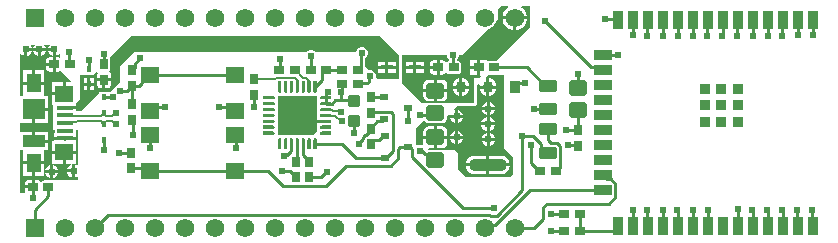
<source format=gtl>
G04*
G04 #@! TF.GenerationSoftware,Altium Limited,Altium Designer,23.1.1 (15)*
G04*
G04 Layer_Physical_Order=1*
G04 Layer_Color=255*
%FSLAX44Y44*%
%MOMM*%
G71*
G04*
G04 #@! TF.SameCoordinates,EB36885D-2DDF-469F-ABB7-EBECF6A50CA0*
G04*
G04*
G04 #@! TF.FilePolarity,Positive*
G04*
G01*
G75*
%ADD14C,0.1524*%
%ADD16R,0.4000X0.4800*%
%ADD17R,1.0400X0.4600*%
G04:AMPARAMS|DCode=18|XSize=1.01mm|YSize=1.47mm|CornerRadius=0.1263mm|HoleSize=0mm|Usage=FLASHONLY|Rotation=90.000|XOffset=0mm|YOffset=0mm|HoleType=Round|Shape=RoundedRectangle|*
%AMROUNDEDRECTD18*
21,1,1.0100,1.2175,0,0,90.0*
21,1,0.7575,1.4700,0,0,90.0*
1,1,0.2525,0.6088,0.3787*
1,1,0.2525,0.6088,-0.3787*
1,1,0.2525,-0.6088,-0.3787*
1,1,0.2525,-0.6088,0.3787*
%
%ADD18ROUNDEDRECTD18*%
%ADD19R,1.6000X1.4000*%
%ADD20R,0.8000X0.6000*%
%ADD21R,0.9000X1.5000*%
%ADD22R,1.5000X0.9000*%
%ADD23R,0.9000X0.9000*%
%ADD24C,0.2700*%
%ADD25R,0.8721X1.0043*%
G04:AMPARAMS|DCode=26|XSize=1.0043mm|YSize=0.8721mm|CornerRadius=0.4361mm|HoleSize=0mm|Usage=FLASHONLY|Rotation=270.000|XOffset=0mm|YOffset=0mm|HoleType=Round|Shape=RoundedRectangle|*
%AMROUNDEDRECTD26*
21,1,1.0043,0.0000,0,0,270.0*
21,1,0.1322,0.8721,0,0,270.0*
1,1,0.8721,0.0000,-0.0661*
1,1,0.8721,0.0000,0.0661*
1,1,0.8721,0.0000,0.0661*
1,1,0.8721,0.0000,-0.0661*
%
%ADD26ROUNDEDRECTD26*%
G04:AMPARAMS|DCode=27|XSize=1.0043mm|YSize=3.1821mm|CornerRadius=0.4369mm|HoleSize=0mm|Usage=FLASHONLY|Rotation=270.000|XOffset=0mm|YOffset=0mm|HoleType=Round|Shape=RoundedRectangle|*
%AMROUNDEDRECTD27*
21,1,1.0043,2.3084,0,0,270.0*
21,1,0.1306,3.1821,0,0,270.0*
1,1,0.8737,-1.1542,-0.0653*
1,1,0.8737,-1.1542,0.0653*
1,1,0.8737,1.1542,0.0653*
1,1,0.8737,1.1542,-0.0653*
%
%ADD27ROUNDEDRECTD27*%
%ADD28R,1.3000X1.6500*%
%ADD29R,1.9000X1.8000*%
%ADD30R,1.9000X1.0000*%
%ADD31R,1.5500X1.4250*%
%ADD32R,1.3800X0.4500*%
G04:AMPARAMS|DCode=33|XSize=1.5mm|YSize=1.3mm|CornerRadius=0.1625mm|HoleSize=0mm|Usage=FLASHONLY|Rotation=0.000|XOffset=0mm|YOffset=0mm|HoleType=Round|Shape=RoundedRectangle|*
%AMROUNDEDRECTD33*
21,1,1.5000,0.9750,0,0,0.0*
21,1,1.1750,1.3000,0,0,0.0*
1,1,0.3250,0.5875,-0.4875*
1,1,0.3250,-0.5875,-0.4875*
1,1,0.3250,-0.5875,0.4875*
1,1,0.3250,0.5875,0.4875*
%
%ADD33ROUNDEDRECTD33*%
G04:AMPARAMS|DCode=34|XSize=1mm|YSize=1.1mm|CornerRadius=0.125mm|HoleSize=0mm|Usage=FLASHONLY|Rotation=180.000|XOffset=0mm|YOffset=0mm|HoleType=Round|Shape=RoundedRectangle|*
%AMROUNDEDRECTD34*
21,1,1.0000,0.8500,0,0,180.0*
21,1,0.7500,1.1000,0,0,180.0*
1,1,0.2500,-0.3750,0.4250*
1,1,0.2500,0.3750,0.4250*
1,1,0.2500,0.3750,-0.4250*
1,1,0.2500,-0.3750,-0.4250*
%
%ADD34ROUNDEDRECTD34*%
G04:AMPARAMS|DCode=35|XSize=0.7mm|YSize=0.9mm|CornerRadius=0.0875mm|HoleSize=0mm|Usage=FLASHONLY|Rotation=90.000|XOffset=0mm|YOffset=0mm|HoleType=Round|Shape=RoundedRectangle|*
%AMROUNDEDRECTD35*
21,1,0.7000,0.7250,0,0,90.0*
21,1,0.5250,0.9000,0,0,90.0*
1,1,0.1750,0.3625,0.2625*
1,1,0.1750,0.3625,-0.2625*
1,1,0.1750,-0.3625,-0.2625*
1,1,0.1750,-0.3625,0.2625*
%
%ADD35ROUNDEDRECTD35*%
%ADD36R,0.9000X0.7000*%
G04:AMPARAMS|DCode=37|XSize=0.7mm|YSize=0.9mm|CornerRadius=0.0875mm|HoleSize=0mm|Usage=FLASHONLY|Rotation=180.000|XOffset=0mm|YOffset=0mm|HoleType=Round|Shape=RoundedRectangle|*
%AMROUNDEDRECTD37*
21,1,0.7000,0.7250,0,0,180.0*
21,1,0.5250,0.9000,0,0,180.0*
1,1,0.1750,-0.2625,0.3625*
1,1,0.1750,0.2625,0.3625*
1,1,0.1750,0.2625,-0.3625*
1,1,0.1750,-0.2625,-0.3625*
%
%ADD37ROUNDEDRECTD37*%
%ADD38R,0.7000X0.9000*%
%ADD42C,3.0150*%
%ADD49R,1.5700X1.5700*%
%ADD50C,1.5700*%
%ADD51C,0.2540*%
%ADD52C,0.6096*%
G36*
X434340Y182880D02*
X405550Y154090D01*
X398050D01*
Y154630D01*
X392280D01*
Y148590D01*
Y142550D01*
X392351D01*
X392837Y141377D01*
X391160Y139700D01*
X387350D01*
Y118110D01*
X361709D01*
X361619Y118170D01*
X360205Y118451D01*
X348455D01*
X347041Y118170D01*
X346951Y118110D01*
X342900D01*
X326390Y134620D01*
X326390Y158750D01*
X364312Y158750D01*
Y157968D01*
X365080Y156112D01*
X365808Y155384D01*
X365469Y154022D01*
X364973Y153923D01*
X364022Y153288D01*
X363516D01*
X362771Y153701D01*
X361677Y154432D01*
X360345Y154697D01*
X357990D01*
Y148590D01*
Y142483D01*
X360345D01*
X361677Y142748D01*
X362771Y143479D01*
X363516Y143892D01*
X364022D01*
X364973Y143257D01*
X366095Y143034D01*
X373345D01*
X374467Y143257D01*
X375418Y143892D01*
X376053Y144843D01*
X376276Y145965D01*
Y151215D01*
X376053Y152337D01*
X375418Y153288D01*
X374467Y153923D01*
X373345Y154146D01*
X373041D01*
X372943Y155416D01*
X373639Y156112D01*
X374408Y157968D01*
Y158750D01*
X377190D01*
X399659Y181218D01*
X400042Y181321D01*
X402288Y182618D01*
X404122Y184452D01*
X405419Y186698D01*
X405522Y187082D01*
X407670Y189230D01*
Y198120D01*
X410160Y200610D01*
X415832D01*
X416172Y199340D01*
X415260Y198814D01*
X413326Y196880D01*
X411958Y194510D01*
X411250Y191868D01*
Y191770D01*
X432030D01*
Y191868D01*
X431322Y194510D01*
X429954Y196880D01*
X428020Y198814D01*
X427108Y199340D01*
X427448Y200610D01*
X434340D01*
Y182880D01*
D02*
G37*
G36*
X27013Y166995D02*
X26228Y165100D01*
X31750D01*
Y163830D01*
X33020D01*
Y158308D01*
X34915Y159093D01*
X36487Y160665D01*
X36830Y161492D01*
Y156790D01*
X36558Y156972D01*
X35225Y157237D01*
X32870D01*
Y151130D01*
Y145023D01*
X35225D01*
X36558Y145288D01*
X37178Y145702D01*
X46740Y136140D01*
X41300D01*
Y126475D01*
X40030D01*
Y125205D01*
X29740D01*
Y116810D01*
X30480D01*
Y95250D01*
X31980D01*
Y93390D01*
X31440D01*
Y89870D01*
X40880D01*
X50320D01*
Y93390D01*
X49780D01*
Y95250D01*
X52070D01*
Y65053D01*
X51425Y65697D01*
X49530Y66482D01*
Y60960D01*
Y55438D01*
X51425Y56223D01*
X52070Y56867D01*
Y53340D01*
X24130D01*
X23719Y52929D01*
X23042D01*
X21920Y52705D01*
X20970Y52070D01*
X20492Y51355D01*
X19754Y52459D01*
X18625Y53214D01*
X17292Y53479D01*
X14937D01*
Y47372D01*
X13667D01*
Y46102D01*
X6560D01*
Y44747D01*
X6825Y43415D01*
X7580Y42285D01*
X8142Y41910D01*
X2590D01*
Y78560D01*
X5240D01*
Y69120D01*
X14280D01*
X23320D01*
Y78560D01*
X26320D01*
Y84830D01*
X14280D01*
Y86100D01*
X13010D01*
Y93640D01*
X2590D01*
Y101560D01*
X13010D01*
Y113100D01*
X14280D01*
Y114370D01*
X26320D01*
Y124640D01*
X23320D01*
Y134080D01*
X14280D01*
X5240D01*
Y124640D01*
X2590D01*
Y161372D01*
X2883Y160665D01*
X4455Y159093D01*
X6350Y158308D01*
Y163830D01*
X7620D01*
Y165100D01*
X13142D01*
X12357Y166995D01*
X11713Y167640D01*
X14957D01*
X14313Y166995D01*
X13528Y165100D01*
X24572D01*
X23787Y166995D01*
X23143Y167640D01*
X27657D01*
X27013Y166995D01*
D02*
G37*
G36*
X323850Y158750D02*
Y138430D01*
X306070D01*
X303661Y140838D01*
Y142138D01*
X302893Y143993D01*
X301473Y145413D01*
X299618Y146181D01*
X298319D01*
X295004Y149496D01*
Y156547D01*
X296232Y157776D01*
X297001Y159631D01*
Y161639D01*
X296232Y163494D01*
X294813Y164914D01*
X292957Y165683D01*
X290949D01*
X289094Y164914D01*
X287673Y163494D01*
X286905Y161639D01*
Y161290D01*
X253213D01*
X253200Y161322D01*
X251779Y162743D01*
X249924Y163511D01*
X247916D01*
X246061Y162743D01*
X244641Y161322D01*
X244627Y161290D01*
X99060D01*
X87630Y149860D01*
Y135890D01*
X79767Y128027D01*
X78930Y127681D01*
X77660Y127840D01*
Y127840D01*
X77660Y127840D01*
X69660D01*
Y126810D01*
X54610Y111760D01*
X50320D01*
Y113330D01*
X40880D01*
Y115870D01*
X50320D01*
Y118900D01*
X53340Y121920D01*
Y142240D01*
X64770D01*
X67344Y144815D01*
X68331Y144005D01*
X67818Y143237D01*
X67553Y141905D01*
Y139550D01*
X79767D01*
Y141905D01*
X79502Y143237D01*
X78771Y144331D01*
X78358Y145076D01*
Y145582D01*
X78993Y146533D01*
X79216Y147655D01*
Y154905D01*
X78993Y156027D01*
X78740Y156406D01*
Y157480D01*
X96520Y175260D01*
X307340D01*
X323850Y158750D01*
D02*
G37*
G36*
X412750Y80010D02*
X420370Y72390D01*
X420370Y58420D01*
X417830Y55880D01*
X379730D01*
X373380Y62230D01*
Y76200D01*
X370840Y78740D01*
X361709D01*
X361619Y78800D01*
X360205Y79081D01*
X348455D01*
X347948Y78980D01*
X347819Y79003D01*
X347733Y79237D01*
X348163Y79923D01*
X348663Y80388D01*
X353060D01*
Y88240D01*
X344208D01*
Y84635D01*
X344353Y83909D01*
X343240Y82995D01*
X342634Y83246D01*
X340626D01*
X339090Y82610D01*
X337820Y83186D01*
Y96520D01*
X344170Y102870D01*
X345522D01*
X345841Y102392D01*
X347041Y101590D01*
X348455Y101309D01*
X360205D01*
X361619Y101590D01*
X362818Y102392D01*
X363620Y103591D01*
X363901Y105005D01*
Y107361D01*
X365630Y109090D01*
X366707Y108370D01*
X366687Y108324D01*
X370939D01*
Y112576D01*
X370893Y112557D01*
X370173Y113633D01*
X372611Y116071D01*
X387350D01*
X388130Y116226D01*
X388792Y116668D01*
X389234Y117330D01*
X389389Y118110D01*
Y132849D01*
X390740Y134200D01*
X391943Y133607D01*
X391900Y133280D01*
X397510D01*
Y140185D01*
X397251Y140711D01*
X398780Y142240D01*
X412750D01*
Y80010D01*
D02*
G37*
G36*
X253990Y128700D02*
Y128402D01*
X253762Y127850D01*
X253340Y127428D01*
X252788Y127200D01*
X252192D01*
X251640Y127428D01*
X251218Y127850D01*
X250990Y128402D01*
Y128700D01*
Y136700D01*
X253990D01*
Y128700D01*
D02*
G37*
G36*
X248990D02*
Y128402D01*
X248762Y127850D01*
X248340Y127428D01*
X247788Y127200D01*
X247192D01*
X246640Y127428D01*
X246218Y127850D01*
X245990Y128402D01*
Y128700D01*
Y136700D01*
X248990D01*
Y128700D01*
D02*
G37*
G36*
X243990D02*
Y128402D01*
X243762Y127850D01*
X243340Y127428D01*
X242788Y127200D01*
X242192D01*
X241640Y127428D01*
X241218Y127850D01*
X240990Y128402D01*
Y128700D01*
Y136700D01*
X243990D01*
X243990Y128700D01*
D02*
G37*
G36*
X238990D02*
Y128402D01*
X238762Y127850D01*
X238340Y127428D01*
X237788Y127200D01*
X237192D01*
X236640Y127428D01*
X236218Y127850D01*
X235990Y128402D01*
Y128700D01*
Y136700D01*
X238990D01*
Y128700D01*
D02*
G37*
G36*
X233990D02*
Y128402D01*
X233762Y127850D01*
X233340Y127428D01*
X232788Y127200D01*
X232192D01*
X231640Y127428D01*
X231218Y127850D01*
X230990Y128402D01*
Y128700D01*
X230990D01*
Y136700D01*
X233990D01*
Y128700D01*
D02*
G37*
G36*
X228990D02*
Y128402D01*
X228762Y127850D01*
X228340Y127428D01*
X227788Y127200D01*
X227192D01*
X226640Y127428D01*
X226218Y127850D01*
X225990Y128402D01*
Y128700D01*
Y136700D01*
X228990D01*
Y128700D01*
D02*
G37*
G36*
X223990D02*
Y128402D01*
X223762Y127850D01*
X223340Y127428D01*
X222788Y127200D01*
X222192D01*
X221640Y127428D01*
X221218Y127850D01*
X220990Y128402D01*
Y128700D01*
Y136700D01*
X223990D01*
Y128700D01*
D02*
G37*
G36*
X266240Y121450D02*
X257942D01*
X257390Y121678D01*
X256968Y122100D01*
X256740Y122652D01*
Y122950D01*
Y123248D01*
X256968Y123800D01*
X257390Y124222D01*
X257942Y124450D01*
X266240D01*
Y121450D01*
D02*
G37*
G36*
X217590Y124222D02*
X218012Y123800D01*
X218240Y123248D01*
Y122950D01*
Y122652D01*
X218012Y122100D01*
X217590Y121678D01*
X217038Y121450D01*
X208740D01*
Y124450D01*
X217038D01*
X217590Y124222D01*
D02*
G37*
G36*
X266240Y116450D02*
X257942D01*
X257390Y116678D01*
X256968Y117100D01*
X256740Y117652D01*
Y117950D01*
Y118248D01*
X256968Y118800D01*
X257390Y119222D01*
X257942Y119450D01*
X266240D01*
Y116450D01*
D02*
G37*
G36*
X217590Y119222D02*
X218012Y118800D01*
X218240Y118248D01*
Y117950D01*
Y117652D01*
X218012Y117100D01*
X217590Y116678D01*
X217038Y116450D01*
X208740D01*
Y119450D01*
X217038D01*
X217590Y119222D01*
D02*
G37*
G36*
X266240Y111450D02*
X257942D01*
X257390Y111678D01*
X256968Y112100D01*
X256740Y112652D01*
Y112950D01*
Y113248D01*
X256968Y113800D01*
X257390Y114222D01*
X257942Y114450D01*
X258240D01*
Y114450D01*
X266240D01*
Y111450D01*
D02*
G37*
G36*
X216740Y114450D02*
X217038D01*
X217590Y114222D01*
X218012Y113800D01*
X218240Y113248D01*
Y112950D01*
Y112652D01*
X218012Y112100D01*
X217590Y111678D01*
X217038Y111450D01*
X208740D01*
Y114450D01*
X216740Y114450D01*
D02*
G37*
G36*
X266240Y106450D02*
X257942D01*
X257390Y106678D01*
X256968Y107100D01*
X256740Y107652D01*
Y107950D01*
Y108248D01*
X256968Y108800D01*
X257390Y109222D01*
X257942Y109450D01*
X266240D01*
Y106450D01*
D02*
G37*
G36*
X217590Y109222D02*
X218012Y108800D01*
X218240Y108248D01*
Y107950D01*
Y107652D01*
X218012Y107100D01*
X217590Y106678D01*
X217038Y106450D01*
X208740D01*
Y109450D01*
X217038D01*
X217590Y109222D01*
D02*
G37*
G36*
X266240Y101450D02*
X258240Y101450D01*
X257942D01*
X257390Y101678D01*
X256968Y102100D01*
X256740Y102652D01*
Y102950D01*
Y103248D01*
X256968Y103800D01*
X257390Y104222D01*
X257942Y104450D01*
X266240D01*
Y101450D01*
D02*
G37*
G36*
X217590Y104222D02*
X218012Y103800D01*
X218240Y103248D01*
Y102950D01*
Y102652D01*
X218012Y102100D01*
X217590Y101678D01*
X217038Y101450D01*
X216740D01*
Y101450D01*
X208740D01*
Y104450D01*
X217038D01*
X217590Y104222D01*
D02*
G37*
G36*
X266240Y96450D02*
X257942D01*
X257390Y96678D01*
X256968Y97100D01*
X256740Y97652D01*
Y97950D01*
Y98248D01*
X256968Y98800D01*
X257390Y99222D01*
X257942Y99450D01*
X266240D01*
Y96450D01*
D02*
G37*
G36*
X217590Y99222D02*
X218012Y98800D01*
X218240Y98248D01*
Y97950D01*
Y97652D01*
X218012Y97100D01*
X217590Y96678D01*
X217038Y96450D01*
X208740D01*
Y99450D01*
X217038D01*
X217590Y99222D01*
D02*
G37*
G36*
X266240Y91450D02*
X257942D01*
X257390Y91678D01*
X256968Y92100D01*
X256740Y92652D01*
Y92950D01*
Y93248D01*
X256968Y93800D01*
X257390Y94222D01*
X257942Y94450D01*
X266240D01*
Y91450D01*
D02*
G37*
G36*
X217590Y94222D02*
X218012Y93800D01*
X218240Y93248D01*
Y92950D01*
Y92652D01*
X218012Y92100D01*
X217590Y91678D01*
X217038Y91450D01*
X208740D01*
Y94450D01*
X217038D01*
X217590Y94222D01*
D02*
G37*
G36*
X254240Y94700D02*
X250740Y91200D01*
X220740D01*
Y124700D01*
X254240D01*
Y94700D01*
D02*
G37*
G36*
X253340Y88472D02*
X253762Y88050D01*
X253990Y87498D01*
Y87200D01*
Y79200D01*
X250990D01*
Y87200D01*
Y87498D01*
X251218Y88050D01*
X251640Y88472D01*
X252192Y88700D01*
X252788D01*
X253340Y88472D01*
D02*
G37*
G36*
X248340D02*
X248762Y88050D01*
X248990Y87498D01*
Y87200D01*
Y79200D01*
X245990D01*
Y87200D01*
Y87498D01*
X246218Y88050D01*
X246640Y88472D01*
X247192Y88700D01*
X247788D01*
X248340Y88472D01*
D02*
G37*
G36*
X243340D02*
X243762Y88050D01*
X243990Y87498D01*
Y87200D01*
X243990D01*
Y79200D01*
X240990D01*
Y87200D01*
Y87498D01*
X241218Y88050D01*
X241640Y88472D01*
X242192Y88700D01*
X242788D01*
X243340Y88472D01*
D02*
G37*
G36*
X238340D02*
X238762Y88050D01*
X238990Y87498D01*
Y87200D01*
Y79200D01*
X235990D01*
Y87200D01*
Y87498D01*
X236218Y88050D01*
X236640Y88472D01*
X237192Y88700D01*
X237788D01*
X238340Y88472D01*
D02*
G37*
G36*
X233340D02*
X233762Y88050D01*
X233990Y87498D01*
Y87200D01*
Y79200D01*
X230990D01*
X230990Y87200D01*
Y87498D01*
X231218Y88050D01*
X231640Y88472D01*
X232192Y88700D01*
X232788D01*
X233340Y88472D01*
D02*
G37*
G36*
X228340D02*
X228762Y88050D01*
X228990Y87498D01*
Y87200D01*
Y79200D01*
X225990D01*
Y87200D01*
Y87498D01*
X226218Y88050D01*
X226640Y88472D01*
X227192Y88700D01*
X227788D01*
X228340Y88472D01*
D02*
G37*
G36*
X223340D02*
X223762Y88050D01*
X223990Y87498D01*
Y87200D01*
Y79200D01*
X220990D01*
Y87200D01*
Y87498D01*
X221218Y88050D01*
X221640Y88472D01*
X222192Y88700D01*
X222788D01*
X223340Y88472D01*
D02*
G37*
%LPC*%
G36*
X432030Y189230D02*
X422910D01*
Y180110D01*
X423008D01*
X425650Y180818D01*
X428020Y182186D01*
X429954Y184120D01*
X431322Y186490D01*
X432030Y189132D01*
Y189230D01*
D02*
G37*
G36*
X420370D02*
X411250D01*
Y189132D01*
X411958Y186490D01*
X413326Y184120D01*
X415260Y182186D01*
X417630Y180818D01*
X420272Y180110D01*
X420370D01*
Y189230D01*
D02*
G37*
G36*
X344760Y153430D02*
X338290D01*
Y149860D01*
X344760D01*
Y153430D01*
D02*
G37*
G36*
X389740Y154630D02*
X383970D01*
Y149860D01*
X389740D01*
Y154630D01*
D02*
G37*
G36*
X355450Y154697D02*
X353095D01*
X351763Y154432D01*
X350633Y153677D01*
X349878Y152547D01*
X349613Y151215D01*
Y149860D01*
X355450D01*
Y154697D01*
D02*
G37*
G36*
X335750Y153430D02*
X329280D01*
Y149860D01*
X335750D01*
Y153430D01*
D02*
G37*
G36*
X344760Y147320D02*
X338290D01*
Y143750D01*
X344760D01*
Y147320D01*
D02*
G37*
G36*
X335750D02*
X329280D01*
Y143750D01*
X335750D01*
Y147320D01*
D02*
G37*
G36*
X389740D02*
X383970D01*
Y142550D01*
X389740D01*
Y147320D01*
D02*
G37*
G36*
X355450D02*
X349613D01*
Y145965D01*
X349878Y144633D01*
X350633Y143503D01*
X351763Y142748D01*
X353095Y142483D01*
X355450D01*
Y147320D01*
D02*
G37*
G36*
X377150Y139464D02*
Y133280D01*
X382760D01*
X382603Y134472D01*
X381908Y136151D01*
X380802Y137592D01*
X379360Y138699D01*
X377681Y139394D01*
X377150Y139464D01*
D02*
G37*
G36*
X374610Y139464D02*
X374079Y139394D01*
X372400Y138699D01*
X370958Y137592D01*
X369852Y136151D01*
X369157Y134472D01*
X369000Y133280D01*
X374610D01*
Y139464D01*
D02*
G37*
G36*
X360205Y138002D02*
X355600D01*
Y130150D01*
X364452D01*
Y133755D01*
X364128Y135380D01*
X363208Y136758D01*
X361830Y137678D01*
X360205Y138002D01*
D02*
G37*
G36*
X353060D02*
X348455D01*
X346830Y137678D01*
X345452Y136758D01*
X344532Y135380D01*
X344208Y133755D01*
Y130150D01*
X353060D01*
Y138002D01*
D02*
G37*
G36*
X374610Y130740D02*
X369000D01*
X369157Y129548D01*
X369852Y127869D01*
X370958Y126428D01*
X372400Y125322D01*
X374079Y124626D01*
X374610Y124556D01*
Y130740D01*
D02*
G37*
G36*
X382760D02*
X377150D01*
Y124556D01*
X377681Y124626D01*
X379360Y125322D01*
X380802Y126428D01*
X381908Y127869D01*
X382603Y129548D01*
X382760Y130740D01*
D02*
G37*
G36*
X364452Y127610D02*
X355600D01*
Y119758D01*
X360205D01*
X361830Y120082D01*
X363208Y121002D01*
X364128Y122380D01*
X364452Y124005D01*
Y127610D01*
D02*
G37*
G36*
X353060D02*
X344208D01*
Y124005D01*
X344532Y122380D01*
X345452Y121002D01*
X346830Y120082D01*
X348455Y119758D01*
X353060D01*
Y127610D01*
D02*
G37*
G36*
X30480Y162560D02*
X26228D01*
X27013Y160665D01*
X28585Y159093D01*
X30480Y158308D01*
Y162560D01*
D02*
G37*
G36*
X24572D02*
X20320D01*
Y158308D01*
X22215Y159093D01*
X23787Y160665D01*
X24572Y162560D01*
D02*
G37*
G36*
X17780D02*
X13528D01*
X14313Y160665D01*
X15885Y159093D01*
X17780Y158308D01*
Y162560D01*
D02*
G37*
G36*
X13142D02*
X8890D01*
Y158308D01*
X10785Y159093D01*
X12357Y160665D01*
X13142Y162560D01*
D02*
G37*
G36*
X30330Y157237D02*
X27975D01*
X26643Y156972D01*
X25513Y156217D01*
X24758Y155087D01*
X24493Y153755D01*
Y152400D01*
X30330D01*
Y157237D01*
D02*
G37*
G36*
Y149860D02*
X24493D01*
Y148505D01*
X24758Y147173D01*
X25513Y146043D01*
X26643Y145288D01*
X27975Y145023D01*
X30330D01*
Y149860D01*
D02*
G37*
G36*
X23320Y146140D02*
X15550D01*
Y136620D01*
X23320D01*
Y146140D01*
D02*
G37*
G36*
X13010D02*
X5240D01*
Y136620D01*
X13010D01*
Y146140D01*
D02*
G37*
G36*
X38760Y136140D02*
X29740D01*
Y127745D01*
X38760D01*
Y136140D01*
D02*
G37*
G36*
X26320Y111830D02*
X15550D01*
Y101560D01*
X26320D01*
Y111830D01*
D02*
G37*
G36*
Y93640D02*
X15550D01*
Y87370D01*
X26320D01*
Y93640D01*
D02*
G37*
G36*
X50320Y87330D02*
X40880D01*
X31440D01*
Y86390D01*
X29740D01*
Y77995D01*
X40030D01*
X50320D01*
Y83810D01*
Y87330D01*
D02*
G37*
G36*
Y75455D02*
X41300D01*
Y67060D01*
X50320D01*
Y75455D01*
D02*
G37*
G36*
X38760D02*
X29740D01*
Y67060D01*
X38760D01*
Y75455D01*
D02*
G37*
G36*
X46990Y66482D02*
X45095Y65697D01*
X43523Y64125D01*
X42738Y62230D01*
X46990D01*
Y66482D01*
D02*
G37*
G36*
X30818Y65986D02*
Y61733D01*
X35070D01*
X34285Y63629D01*
X32713Y65201D01*
X30818Y65986D01*
D02*
G37*
G36*
X28278D02*
X26382Y65201D01*
X24810Y63629D01*
X24025Y61733D01*
X28278D01*
Y65986D01*
D02*
G37*
G36*
X23320Y66580D02*
X15550D01*
Y57060D01*
X23320D01*
Y66580D01*
D02*
G37*
G36*
X13010D02*
X5240D01*
Y57060D01*
X13010D01*
Y66580D01*
D02*
G37*
G36*
X46990Y59690D02*
X42738D01*
X43523Y57795D01*
X45095Y56223D01*
X46990Y55438D01*
Y59690D01*
D02*
G37*
G36*
X35070Y59193D02*
X30818D01*
Y54941D01*
X32713Y55726D01*
X34285Y57298D01*
X35070Y59193D01*
D02*
G37*
G36*
X28278D02*
X24025D01*
X24810Y57298D01*
X26382Y55726D01*
X28278Y54941D01*
Y59193D01*
D02*
G37*
G36*
X12397Y53479D02*
X10042D01*
X8710Y53214D01*
X7580Y52459D01*
X6825Y51330D01*
X6560Y49997D01*
Y48642D01*
X12397D01*
Y53479D01*
D02*
G37*
G36*
X320960Y153430D02*
X314490D01*
Y149860D01*
X320960D01*
Y153430D01*
D02*
G37*
G36*
X311950D02*
X305480D01*
Y149860D01*
X311950D01*
Y153430D01*
D02*
G37*
G36*
X320960Y147320D02*
X314490D01*
Y143750D01*
X320960D01*
Y147320D01*
D02*
G37*
G36*
X311950D02*
X305480D01*
Y143750D01*
X311950D01*
Y147320D01*
D02*
G37*
G36*
X65500Y139310D02*
X62230D01*
Y135640D01*
X65500D01*
Y139310D01*
D02*
G37*
G36*
X59690D02*
X56420D01*
Y135640D01*
X59690D01*
Y139310D01*
D02*
G37*
G36*
X79767Y137010D02*
X74930D01*
Y131173D01*
X76285D01*
X77617Y131438D01*
X78747Y132193D01*
X79502Y133322D01*
X79767Y134655D01*
Y137010D01*
D02*
G37*
G36*
X72390D02*
X67553D01*
Y134655D01*
X67818Y133322D01*
X68573Y132193D01*
X69703Y131438D01*
X71035Y131173D01*
X72390D01*
Y137010D01*
D02*
G37*
G36*
X65500Y133100D02*
X62230D01*
Y129430D01*
X65500D01*
Y133100D01*
D02*
G37*
G36*
X59690D02*
X56420D01*
Y129430D01*
X59690D01*
Y133100D01*
D02*
G37*
G36*
X400050Y139464D02*
Y133280D01*
X405660D01*
X405503Y134472D01*
X404808Y136151D01*
X403702Y137592D01*
X402260Y138699D01*
X400581Y139394D01*
X400050Y139464D01*
D02*
G37*
G36*
X405660Y130740D02*
X400050D01*
Y124556D01*
X400581Y124626D01*
X402260Y125322D01*
X403702Y126428D01*
X404808Y127869D01*
X405503Y129548D01*
X405660Y130740D01*
D02*
G37*
G36*
X397510D02*
X391900D01*
X392057Y129548D01*
X392752Y127869D01*
X393858Y126428D01*
X395300Y125322D01*
X396979Y124626D01*
X397510Y124556D01*
Y130740D01*
D02*
G37*
G36*
X400509Y119124D02*
Y114872D01*
X404761D01*
X403976Y116767D01*
X402404Y118339D01*
X400509Y119124D01*
D02*
G37*
G36*
X397969D02*
X396073Y118339D01*
X394501Y116767D01*
X393716Y114872D01*
X397969D01*
Y119124D01*
D02*
G37*
G36*
X373479Y112576D02*
Y108324D01*
X377732D01*
X376947Y110219D01*
X375375Y111791D01*
X373479Y112576D01*
D02*
G37*
G36*
X404761Y112332D02*
X400509D01*
Y108080D01*
X402404Y108865D01*
X403976Y110437D01*
X404761Y112332D01*
D02*
G37*
G36*
X397969D02*
X393716D01*
X394501Y110437D01*
X396073Y108865D01*
X397969Y108080D01*
Y112332D01*
D02*
G37*
G36*
X400149Y106226D02*
Y101974D01*
X404402D01*
X403617Y103869D01*
X402045Y105441D01*
X400149Y106226D01*
D02*
G37*
G36*
X397609D02*
X395714Y105441D01*
X394142Y103869D01*
X393357Y101974D01*
X397609D01*
Y106226D01*
D02*
G37*
G36*
X377732Y105784D02*
X373479D01*
Y101531D01*
X375375Y102317D01*
X376947Y103888D01*
X377732Y105784D01*
D02*
G37*
G36*
X370939D02*
X366687D01*
X367472Y103888D01*
X369044Y102317D01*
X370939Y101531D01*
Y105784D01*
D02*
G37*
G36*
X404402Y99434D02*
X400149D01*
Y95181D01*
X402045Y95967D01*
X403617Y97538D01*
X404402Y99434D01*
D02*
G37*
G36*
X397609D02*
X393357D01*
X394142Y97538D01*
X395714Y95967D01*
X397609Y95181D01*
Y99434D01*
D02*
G37*
G36*
X360205Y98632D02*
X355600D01*
Y90780D01*
X364452D01*
Y94385D01*
X364128Y96010D01*
X363208Y97388D01*
X361830Y98308D01*
X360205Y98632D01*
D02*
G37*
G36*
X353060D02*
X348455D01*
X346830Y98308D01*
X345452Y97388D01*
X344532Y96010D01*
X344208Y94385D01*
Y90780D01*
X353060D01*
Y98632D01*
D02*
G37*
G36*
X373479Y94796D02*
Y90544D01*
X377732D01*
X376947Y92439D01*
X375375Y94011D01*
X373479Y94796D01*
D02*
G37*
G36*
X370939D02*
X369044Y94011D01*
X367472Y92439D01*
X366687Y90544D01*
X370939D01*
Y94796D01*
D02*
G37*
G36*
X400304Y93406D02*
Y89154D01*
X404556D01*
X403771Y91049D01*
X402199Y92621D01*
X400304Y93406D01*
D02*
G37*
G36*
X397764D02*
X395869Y92621D01*
X394297Y91049D01*
X393512Y89154D01*
X397764D01*
Y93406D01*
D02*
G37*
G36*
X377732Y88004D02*
X373479D01*
Y83751D01*
X375375Y84537D01*
X376947Y86108D01*
X377732Y88004D01*
D02*
G37*
G36*
X370939D02*
X366687D01*
X367472Y86108D01*
X369044Y84537D01*
X370939Y83751D01*
Y88004D01*
D02*
G37*
G36*
X404556Y86614D02*
X400304D01*
Y82362D01*
X402199Y83147D01*
X403771Y84719D01*
X404556Y86614D01*
D02*
G37*
G36*
X397764D02*
X393512D01*
X394297Y84719D01*
X395869Y83147D01*
X397764Y82362D01*
Y86614D01*
D02*
G37*
G36*
X364452Y88240D02*
X355600D01*
Y80388D01*
X360205D01*
X361830Y80712D01*
X363208Y81632D01*
X364128Y83010D01*
X364452Y84635D01*
Y88240D01*
D02*
G37*
G36*
X410322Y73731D02*
X400050D01*
Y67380D01*
X417209D01*
X417053Y68566D01*
X416357Y70247D01*
X415249Y71690D01*
X413806Y72797D01*
X412126Y73494D01*
X410322Y73731D01*
D02*
G37*
G36*
X397510D02*
X387238D01*
X385434Y73494D01*
X383754Y72797D01*
X382311Y71690D01*
X381203Y70247D01*
X380507Y68566D01*
X380351Y67380D01*
X397510D01*
Y73731D01*
D02*
G37*
G36*
X417209Y64840D02*
X400050D01*
Y58489D01*
X410322D01*
X412126Y58726D01*
X413806Y59422D01*
X415249Y60530D01*
X416357Y61973D01*
X417053Y63654D01*
X417209Y64840D01*
D02*
G37*
G36*
X397510D02*
X380351D01*
X380507Y63654D01*
X381203Y61973D01*
X382311Y60530D01*
X383754Y59422D01*
X385434Y58726D01*
X387238Y58489D01*
X397510D01*
Y64840D01*
D02*
G37*
%LPD*%
D14*
X269466Y107725D02*
X274328Y102863D01*
X264740Y107950D02*
X264965Y107725D01*
X269466D01*
X266646Y112950D02*
X267807Y111789D01*
X274328Y102863D02*
X274956D01*
X273619Y111789D02*
X274464Y110944D01*
X261490Y112950D02*
X266646D01*
X267807Y111789D02*
X273619D01*
X78870Y107442D02*
X79026Y107286D01*
X74898Y108335D02*
X75791Y107442D01*
X79026Y107286D02*
X80835D01*
X75791Y107442D02*
X78870D01*
X80835Y107286D02*
X83632Y110084D01*
X73660Y110240D02*
X74898Y109002D01*
X75791Y103378D02*
X77186D01*
X80835Y103222D02*
X83726Y100330D01*
X77343Y103222D02*
X80835D01*
X83632Y110084D02*
Y110177D01*
X74898Y102485D02*
X75791Y103378D01*
X77186D02*
X77343Y103222D01*
X83726Y100330D02*
X83820D01*
X74898Y108335D02*
Y109002D01*
X50730Y103378D02*
X71529D01*
X41538Y107442D02*
X71529D01*
X50170Y102818D02*
X50730Y103378D01*
X40880Y101600D02*
X42098Y102818D01*
X40880Y108100D02*
X41538Y107442D01*
X42098Y102818D02*
X50170D01*
X71529Y103378D02*
X72422Y102485D01*
X74898Y101818D02*
Y102485D01*
X73660Y100580D02*
X74898Y101818D01*
X72422D02*
X73660Y100580D01*
X72422Y101818D02*
Y102485D01*
Y108335D02*
Y109002D01*
X73660Y110240D01*
X71529Y107442D02*
X72422Y108335D01*
X299720Y96670D02*
Y97670D01*
X244808Y139788D02*
X247490Y137106D01*
X235100Y146050D02*
X236100D01*
X242362Y139788D01*
X244808D01*
X247490Y131950D02*
Y137106D01*
X237715Y136687D02*
X237812Y136784D01*
X235134Y139462D02*
X237812Y136784D01*
X237490Y135200D02*
X237715Y135425D01*
Y136687D01*
X219707Y139462D02*
X235134D01*
X200660Y138580D02*
X218825D01*
X219707Y139462D01*
D16*
X73660Y87380D02*
D03*
Y100580D02*
D03*
X60960Y147570D02*
D03*
Y134370D02*
D03*
X73660Y123440D02*
D03*
Y110240D02*
D03*
D17*
X313220Y148590D02*
D03*
X337020D02*
D03*
D18*
X449580Y132989D02*
D03*
Y113389D02*
D03*
Y96159D02*
D03*
Y76559D02*
D03*
D19*
X112590Y112000D02*
D03*
X184590D02*
D03*
X112590Y142000D02*
D03*
X184590D02*
D03*
X112590Y61200D02*
D03*
X184590D02*
D03*
X112590Y91200D02*
D03*
X184590D02*
D03*
D20*
X311270Y90780D02*
D03*
Y71780D02*
D03*
X331470Y81280D02*
D03*
X311210Y123800D02*
D03*
Y104800D02*
D03*
X331410Y114300D02*
D03*
D21*
X673630Y189100D02*
D03*
X660930D02*
D03*
X648230D02*
D03*
X635530D02*
D03*
X622830D02*
D03*
X610130D02*
D03*
X597430D02*
D03*
X584730D02*
D03*
X572030D02*
D03*
X559330D02*
D03*
X546630D02*
D03*
X533930D02*
D03*
X521230D02*
D03*
X508530D02*
D03*
Y14100D02*
D03*
X521230D02*
D03*
X533930D02*
D03*
X546630D02*
D03*
X559330D02*
D03*
X572030D02*
D03*
X584730D02*
D03*
X597430D02*
D03*
X610130D02*
D03*
X622830D02*
D03*
X635530D02*
D03*
X648230D02*
D03*
X660930D02*
D03*
X673630D02*
D03*
D22*
X496030Y158750D02*
D03*
Y146050D02*
D03*
Y133350D02*
D03*
Y120650D02*
D03*
Y107950D02*
D03*
Y95250D02*
D03*
Y82550D02*
D03*
Y69850D02*
D03*
Y57150D02*
D03*
Y44450D02*
D03*
D23*
X610430Y130600D02*
D03*
Y116600D02*
D03*
Y102600D02*
D03*
X596430Y130600D02*
D03*
Y116600D02*
D03*
Y102600D02*
D03*
X582430Y130600D02*
D03*
Y116600D02*
D03*
Y102600D02*
D03*
D24*
X261490Y92950D02*
D03*
Y97950D02*
D03*
Y102950D02*
D03*
X264740Y107950D02*
D03*
X261490Y112950D02*
D03*
Y117950D02*
D03*
Y122950D02*
D03*
X252490Y131950D02*
D03*
X247490D02*
D03*
X242490D02*
D03*
X237490Y135200D02*
D03*
X232490Y131950D02*
D03*
X227490D02*
D03*
X222490D02*
D03*
X213490Y122950D02*
D03*
Y117950D02*
D03*
Y112950D02*
D03*
X210740Y107950D02*
D03*
X213490Y102950D02*
D03*
Y97950D02*
D03*
Y92950D02*
D03*
X222490Y83950D02*
D03*
X227490D02*
D03*
X232490D02*
D03*
X237490Y81200D02*
D03*
X242490Y83950D02*
D03*
X247490D02*
D03*
X252490D02*
D03*
D25*
X421680Y132010D02*
D03*
D26*
X398780D02*
D03*
X375880D02*
D03*
D27*
X398780Y66110D02*
D03*
D28*
X14280Y135350D02*
D03*
Y67850D02*
D03*
D29*
Y113100D02*
D03*
D30*
Y86100D02*
D03*
D31*
X40030Y126475D02*
D03*
Y76725D02*
D03*
D32*
X40880Y114600D02*
D03*
Y108100D02*
D03*
Y101600D02*
D03*
Y95100D02*
D03*
Y88600D02*
D03*
D33*
X474980Y131420D02*
D03*
Y112420D02*
D03*
X354330Y109880D02*
D03*
Y128880D02*
D03*
Y70510D02*
D03*
Y89510D02*
D03*
D34*
X285750Y120260D02*
D03*
Y103260D02*
D03*
D35*
X476400Y10160D02*
D03*
X463400D02*
D03*
X275440Y134620D02*
D03*
X288440D02*
D03*
X26667Y47372D02*
D03*
X13667D02*
D03*
X44600Y151130D02*
D03*
X31600D02*
D03*
X356720Y148590D02*
D03*
X369720D02*
D03*
X476400Y24130D02*
D03*
X463400D02*
D03*
D36*
X261770Y146050D02*
D03*
X248770D02*
D03*
X443080Y60960D02*
D03*
X456080D02*
D03*
X288440Y146050D02*
D03*
X275440D02*
D03*
X222100D02*
D03*
X235100D02*
D03*
X391010Y148590D02*
D03*
X404010D02*
D03*
D37*
X97790Y117244D02*
D03*
Y104244D02*
D03*
X73660Y138280D02*
D03*
Y151280D02*
D03*
X474980Y95400D02*
D03*
Y82400D02*
D03*
X96520Y63350D02*
D03*
Y76350D02*
D03*
X236220Y55730D02*
D03*
Y68730D02*
D03*
X247650Y55730D02*
D03*
Y68730D02*
D03*
D38*
X299720Y123340D02*
D03*
Y110340D02*
D03*
X200660Y138580D02*
D03*
Y125580D02*
D03*
X299720Y83670D02*
D03*
Y96670D02*
D03*
X97790Y146200D02*
D03*
Y133200D02*
D03*
D42*
X237490Y107950D02*
D03*
D49*
X15240Y190500D02*
D03*
Y12700D02*
D03*
D50*
X40640Y190500D02*
D03*
X66040D02*
D03*
X91440D02*
D03*
X116840D02*
D03*
X142240D02*
D03*
X167640D02*
D03*
X193040D02*
D03*
X218440D02*
D03*
X243840D02*
D03*
X269240D02*
D03*
X294640D02*
D03*
X320040D02*
D03*
X345440D02*
D03*
X370840D02*
D03*
X396240D02*
D03*
X421640D02*
D03*
X40640Y12700D02*
D03*
X66040D02*
D03*
X91440D02*
D03*
X116840D02*
D03*
X142240D02*
D03*
X167640D02*
D03*
X193040D02*
D03*
X218440D02*
D03*
X243840D02*
D03*
X269240D02*
D03*
X294640D02*
D03*
X320040D02*
D03*
X345440D02*
D03*
X370840D02*
D03*
X396240D02*
D03*
X421640D02*
D03*
D51*
X609842Y188813D02*
X610130Y189100D01*
X609842Y175548D02*
Y188813D01*
X521970Y175768D02*
Y188360D01*
X474980Y131420D02*
Y142812D01*
X248920Y146200D02*
Y158463D01*
X261521Y125260D02*
X263652Y127391D01*
Y127667D01*
X261521Y122981D02*
Y125260D01*
X274419Y128369D02*
X274968Y128918D01*
Y134148D01*
X274419Y128120D02*
X274496D01*
X274419Y120749D02*
Y128369D01*
X274968Y134148D02*
X275440Y134620D01*
X298238Y140758D02*
X298613Y141133D01*
X290427Y147037D02*
X291670Y148280D01*
X289427Y147037D02*
X290427D01*
X291670Y160352D02*
X291953Y160635D01*
X291670Y148280D02*
Y160352D01*
X369360Y158972D02*
X369540Y158792D01*
Y148770D02*
X369720Y148590D01*
X369540Y148770D02*
Y158792D01*
X341630Y108712D02*
X353162D01*
X354330Y109880D01*
X424771Y135318D02*
X430530D01*
X424480Y134810D02*
Y135027D01*
X424771Y135318D01*
X437674Y113496D02*
X449474D01*
X449580Y113389D01*
X437567Y113602D02*
X437674Y113496D01*
X464833Y95387D02*
X474967D01*
X466666Y82569D02*
X474811D01*
X474980Y82400D01*
X466497Y82738D02*
X466666Y82569D01*
X464820Y95374D02*
X464833Y95387D01*
X474967D02*
X474980Y95400D01*
X443500Y80339D02*
Y83783D01*
X437113Y90170D02*
X443500Y83783D01*
X435610Y67430D02*
Y82738D01*
X443500Y80339D02*
X447280Y76559D01*
X427990Y90170D02*
X437113D01*
X447280Y76559D02*
X449497D01*
X438079Y12700D02*
X445802Y20422D01*
Y30294D02*
X448528Y33020D01*
X445802Y20422D02*
Y30294D01*
X403574Y29210D02*
X403606Y29242D01*
X406223Y22924D02*
X427990Y44691D01*
X400989Y22924D02*
X406223D01*
X427990Y44691D02*
Y90170D01*
X400093Y23820D02*
X400989Y22924D01*
X377957Y29210D02*
X403574D01*
X77160Y23820D02*
X400093D01*
X66040Y12700D02*
X77160Y23820D01*
X396240Y12700D02*
X398758Y15218D01*
X405108D01*
X434340Y44450D02*
X496030D01*
X405108Y15218D02*
X434340Y44450D01*
X334200Y72967D02*
X377957Y29210D01*
X261420Y59690D02*
X262382D01*
X247650Y55730D02*
X257460D01*
X261420Y59690D01*
X226060Y73850D02*
X226676Y74466D01*
X225022Y60664D02*
X231286D01*
X226676Y74466D02*
X228881D01*
X224536Y61150D02*
X225022Y60664D01*
X228881Y74466D02*
X232490Y78076D01*
X200454Y115062D02*
X200557Y115165D01*
Y125477D02*
X200660Y125580D01*
X200557Y115165D02*
Y125477D01*
X289560Y84074D02*
Y85036D01*
X292950Y88426D02*
Y89524D01*
X294865Y91440D01*
X289560Y85036D02*
X292950Y88426D01*
X285623Y92837D02*
Y103133D01*
X285496Y92710D02*
X285623Y92837D01*
Y103133D02*
X285750Y103260D01*
X345269Y75521D02*
X349319D01*
X342592Y78198D02*
X345269Y75521D01*
X341630Y78198D02*
X342592D01*
X97917Y91567D02*
Y104117D01*
X97790Y104244D02*
X97917Y104117D01*
Y91567D02*
X98044Y91440D01*
X247650Y100330D02*
Y100386D01*
X498600Y159480D02*
X509270D01*
X533400Y175260D02*
Y188570D01*
X247650Y100386D02*
X250244Y102981D01*
X261459D01*
X261490Y102950D01*
X485720Y149280D02*
X492800D01*
X447040Y187960D02*
X485720Y149280D01*
X492800D02*
X496030Y146050D01*
X296750Y134997D02*
X298238Y136485D01*
Y140758D01*
X421680Y132010D02*
X424480Y134810D01*
X597165Y175525D02*
X597430Y175790D01*
X596900Y175260D02*
X597165Y175525D01*
X288817Y134997D02*
X296750D01*
X269443Y120749D02*
X274419D01*
X285261D01*
X285750Y120260D01*
X261490Y117950D02*
X266644D01*
X269443Y120749D01*
X252490Y83950D02*
X275317D01*
X287487Y71780D01*
X117725Y114840D02*
X125730D01*
X171450D02*
X179455D01*
X112590Y112000D02*
X116578Y115988D01*
X117725Y114840D01*
X180602Y115988D02*
X184590Y112000D01*
X179455Y114840D02*
X180602Y115988D01*
X331410Y114300D02*
X331470Y114240D01*
Y102870D02*
Y114240D01*
X496950Y157830D02*
X498600Y159480D01*
X288440Y134620D02*
X288817Y134997D01*
X288440Y146050D02*
X289427Y147037D01*
X496030Y158750D02*
X496950Y157830D01*
X597430Y175790D02*
Y189100D01*
X508400Y189230D02*
X508530Y189100D01*
X497840Y189230D02*
X508400D01*
X521230Y189100D02*
X521970Y188360D01*
X533400Y188570D02*
X533930Y189100D01*
X546630D02*
X547370Y188360D01*
Y175260D02*
Y188360D01*
X559330Y189100D02*
X560070Y188360D01*
Y175260D02*
Y188360D01*
X572030Y189100D02*
X572770Y188360D01*
Y175260D02*
Y188360D01*
X584200Y188570D02*
X584730Y189100D01*
X584200Y175260D02*
Y188570D01*
X622830Y189100D02*
X623570Y188360D01*
Y175260D02*
Y188360D01*
X635530Y189100D02*
X635900Y188730D01*
Y175630D02*
Y188730D01*
X449580Y87299D02*
Y96159D01*
Y87299D02*
X452000Y84879D01*
X457545D01*
X349319Y75521D02*
X354330Y70510D01*
X334200Y72967D02*
Y79550D01*
X332470Y81280D02*
X334200Y79550D01*
X331470Y81280D02*
X332470D01*
X452120Y24130D02*
X463400D01*
X448528Y33020D02*
X501225D01*
X506800Y38595D01*
X421640Y12700D02*
X438079D01*
X452120Y10160D02*
X463400D01*
X506800Y38595D02*
Y50304D01*
X521230Y14100D02*
X521970Y14840D01*
Y27940D01*
X505300Y10160D02*
X508530Y13390D01*
X533400Y14630D02*
Y27750D01*
X435610Y67430D02*
X442080Y60960D01*
X231286Y60664D02*
X232990Y58960D01*
X547370Y14840D02*
Y27750D01*
X533400Y14630D02*
X533930Y14100D01*
X546630D02*
X547370Y14840D01*
X559330Y14100D02*
Y27410D01*
X558800Y27940D02*
X559330Y27410D01*
X442080Y60960D02*
X443080D01*
X233990Y58960D02*
X236220Y56730D01*
X232990Y58960D02*
X233990D01*
X236220Y55730D02*
Y56730D01*
X225458Y47960D02*
X261320D01*
X212218Y61200D02*
X225458Y47960D01*
X278870Y65510D02*
X316625D01*
X261320Y47960D02*
X278870Y65510D01*
X295490Y91440D02*
X299720Y95670D01*
Y96670D01*
X294865Y91440D02*
X295490D01*
X232490Y78076D02*
Y83950D01*
X287487Y71780D02*
X311270D01*
X585470Y14840D02*
Y27940D01*
X610130Y14100D02*
Y27200D01*
X610870Y27940D01*
X572770Y14840D02*
Y27940D01*
X622830Y14100D02*
Y27410D01*
X622300Y27940D02*
X622830Y27410D01*
X660400Y14630D02*
X660930Y14100D01*
X660400Y14630D02*
Y27940D01*
X647700D02*
X648230Y27410D01*
Y14100D02*
Y27410D01*
X635000Y27940D02*
X635530Y27410D01*
Y14100D02*
Y27410D01*
X584730Y14100D02*
X585470Y14840D01*
X572030Y14100D02*
X572770Y14840D01*
X673100Y14630D02*
Y27940D01*
X476400Y10160D02*
X505300D01*
X476400D02*
Y24130D01*
X499260Y53920D02*
X503185D01*
X496030Y57150D02*
X499260Y53920D01*
X503185D02*
X506800Y50304D01*
X673100Y14630D02*
X673630Y14100D01*
Y176000D02*
Y189100D01*
X660930Y175790D02*
Y189100D01*
X647700Y175260D02*
Y188570D01*
X648230Y189100D01*
X316625Y65510D02*
X323080Y71965D01*
X237459Y69969D02*
Y81169D01*
X237490Y81200D01*
X236220Y68730D02*
X237459Y69969D01*
X184590Y61200D02*
X212218D01*
X323080Y71965D02*
Y79792D01*
X324568Y81280D01*
X331470D01*
X97790Y117244D02*
Y132200D01*
X87630Y128270D02*
X88116Y128756D01*
X97790Y132200D02*
Y133200D01*
X95560Y129970D02*
X97790Y132200D01*
X94560Y129970D02*
X95560D01*
X93346Y128756D02*
X94560Y129970D01*
X88116Y128756D02*
X93346D01*
X242570Y74810D02*
X247650Y69730D01*
X242570Y74810D02*
Y81280D01*
X247650Y68730D02*
Y69730D01*
X248770Y146050D02*
X248920Y146200D01*
X222100Y146050D02*
X222445Y146395D01*
Y155997D01*
X311270Y71780D02*
X312270D01*
X318540Y78050D01*
Y109094D01*
X300450Y111070D02*
X316564D01*
X299720Y110340D02*
X300450Y111070D01*
X316564D02*
X318540Y109094D01*
X431679Y148590D02*
X447280Y132989D01*
X449580D01*
X404010Y148590D02*
X431679D01*
X457545Y84879D02*
X460200Y82224D01*
Y64080D02*
Y82224D01*
X456080Y60960D02*
X457080D01*
X460200Y64080D01*
X474980Y95400D02*
Y112420D01*
X261490Y122950D02*
X261521Y122981D01*
X261490Y117950D02*
Y122950D01*
X261770Y146050D02*
X275440D01*
X258540Y138000D02*
Y143820D01*
X252490Y131950D02*
X258540Y138000D01*
Y143820D02*
X260770Y146050D01*
X261770D01*
X112590Y61200D02*
X184590D01*
X112590Y142000D02*
X184590D01*
X104140Y156210D02*
Y156210D01*
X97790Y146200D02*
X99742Y148152D01*
Y151812D01*
X104140Y156210D01*
X105860Y136270D02*
X111590Y142000D01*
X97790Y133200D02*
X103790D01*
X105860Y135270D01*
Y136270D01*
X111590Y142000D02*
X112590D01*
X306390Y86900D02*
X310270Y90780D01*
X299720Y83670D02*
Y84670D01*
X301950Y86900D01*
X306390D01*
X310270Y90780D02*
X311270D01*
X300180Y123800D02*
X311210D01*
X299720Y123340D02*
X300180Y123800D01*
X299720Y97670D02*
X305120Y103070D01*
X309480D01*
X311210Y104800D01*
X185420Y80010D02*
Y90370D01*
X184590Y91200D02*
X185420Y90370D01*
X112590Y91200D02*
X113030Y90760D01*
Y80010D02*
Y90760D01*
X110440Y63350D02*
X112590Y61200D01*
X96520Y63350D02*
X110440D01*
X86435Y76275D02*
X96445D01*
X86360Y76200D02*
X86435Y76275D01*
X96445D02*
X96520Y76350D01*
X73660Y78740D02*
Y87380D01*
X73785Y123315D02*
X81155D01*
X73660Y123440D02*
X73785Y123315D01*
X81155D02*
X81280Y123190D01*
X44525Y151205D02*
Y161215D01*
Y151205D02*
X44600Y151130D01*
X44450Y161290D02*
X44525Y161215D01*
X73660Y148740D02*
Y157480D01*
X60960Y147570D02*
Y154940D01*
X15240Y12700D02*
Y28112D01*
X26667Y39540D01*
Y47372D01*
X13819Y38251D02*
Y47221D01*
X13667Y47372D02*
X13819Y47221D01*
Y38251D02*
X13970Y38100D01*
X40030Y87750D02*
X40880Y88600D01*
D52*
X609842Y175548D02*
D03*
X582598Y130433D02*
D03*
X521970Y175768D02*
D03*
X509270Y159480D02*
D03*
X474980Y142812D02*
D03*
X73637Y159998D02*
D03*
X248920Y158463D02*
D03*
X222445Y155997D02*
D03*
X263652Y127667D02*
D03*
X274956Y102863D02*
D03*
X274464Y110944D02*
D03*
X274496Y128120D02*
D03*
X298613Y141133D02*
D03*
X291953Y160635D02*
D03*
X369360Y158972D02*
D03*
X341630Y108712D02*
D03*
X399239Y113602D02*
D03*
X430530Y135318D02*
D03*
X437567Y113602D02*
D03*
X464820Y95374D02*
D03*
X466497Y82738D02*
D03*
X435610D02*
D03*
X427990Y90170D02*
D03*
X452120Y24130D02*
D03*
X403606Y29242D02*
D03*
X262382Y59690D02*
D03*
X226060Y73850D02*
D03*
X224536Y61150D02*
D03*
X247650Y116078D02*
D03*
X237490D02*
D03*
X200454Y115062D02*
D03*
X227330Y116078D02*
D03*
X289560Y84074D02*
D03*
X285496Y92710D02*
D03*
X341630Y78198D02*
D03*
X83820Y100330D02*
D03*
X83632Y110177D02*
D03*
X247650Y100330D02*
D03*
X227573Y100087D02*
D03*
X237733D02*
D03*
X533400Y175260D02*
D03*
X48260Y60960D02*
D03*
X7620Y163830D02*
D03*
X19050D02*
D03*
X447040Y187960D02*
D03*
X610430Y130600D02*
D03*
Y116600D02*
D03*
X399034Y87884D02*
D03*
X582430Y102600D02*
D03*
X398880Y100704D02*
D03*
X372210Y89274D02*
D03*
X596430Y102600D02*
D03*
X610430D02*
D03*
X372210Y107054D02*
D03*
X98044Y91440D02*
D03*
X125730Y114840D02*
D03*
X171450D02*
D03*
X331470Y102870D02*
D03*
X597165Y175525D02*
D03*
X596430Y130600D02*
D03*
X497840Y189230D02*
D03*
X547370Y175260D02*
D03*
X560070D02*
D03*
X572770D02*
D03*
X584200D02*
D03*
X623570D02*
D03*
X635900Y175630D02*
D03*
X596430Y116600D02*
D03*
X582430D02*
D03*
X452120Y10160D02*
D03*
X521970Y27940D02*
D03*
X533400Y27750D02*
D03*
X547370D02*
D03*
X558800Y27940D02*
D03*
X610183Y28653D02*
D03*
X572770Y27940D02*
D03*
X585470D02*
D03*
X622300D02*
D03*
X660400D02*
D03*
X673100D02*
D03*
X647700D02*
D03*
X635000D02*
D03*
X673630Y176000D02*
D03*
X660930Y175790D02*
D03*
X647700Y175260D02*
D03*
X87630Y128270D02*
D03*
X29548Y60463D02*
D03*
X104140Y156210D02*
D03*
X113030Y80010D02*
D03*
X81280Y123190D02*
D03*
X44450Y161290D02*
D03*
X185420Y80010D02*
D03*
X86360Y76200D02*
D03*
X73660Y78740D02*
D03*
X60960Y154940D02*
D03*
X31750Y163830D02*
D03*
X13970Y38100D02*
D03*
M02*

</source>
